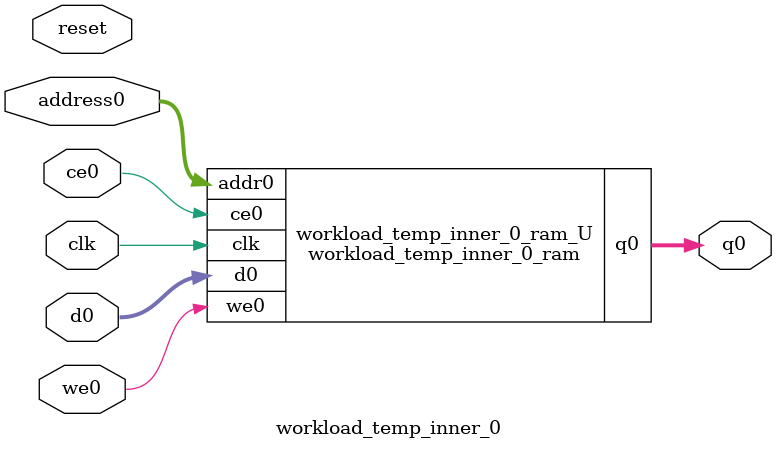
<source format=v>
`timescale 1 ns / 1 ps
module workload_temp_inner_0_ram (addr0, ce0, d0, we0, q0,  clk);

parameter DWIDTH = 32;
parameter AWIDTH = 12;
parameter MEM_SIZE = 2112;

input[AWIDTH-1:0] addr0;
input ce0;
input[DWIDTH-1:0] d0;
input we0;
output reg[DWIDTH-1:0] q0;
input clk;

(* ram_style = "block" *)reg [DWIDTH-1:0] ram[0:MEM_SIZE-1];




always @(posedge clk)  
begin 
    if (ce0) begin
        if (we0) 
            ram[addr0] <= d0; 
        q0 <= ram[addr0];
    end
end


endmodule

`timescale 1 ns / 1 ps
module workload_temp_inner_0(
    reset,
    clk,
    address0,
    ce0,
    we0,
    d0,
    q0);

parameter DataWidth = 32'd32;
parameter AddressRange = 32'd2112;
parameter AddressWidth = 32'd12;
input reset;
input clk;
input[AddressWidth - 1:0] address0;
input ce0;
input we0;
input[DataWidth - 1:0] d0;
output[DataWidth - 1:0] q0;



workload_temp_inner_0_ram workload_temp_inner_0_ram_U(
    .clk( clk ),
    .addr0( address0 ),
    .ce0( ce0 ),
    .we0( we0 ),
    .d0( d0 ),
    .q0( q0 ));

endmodule


</source>
